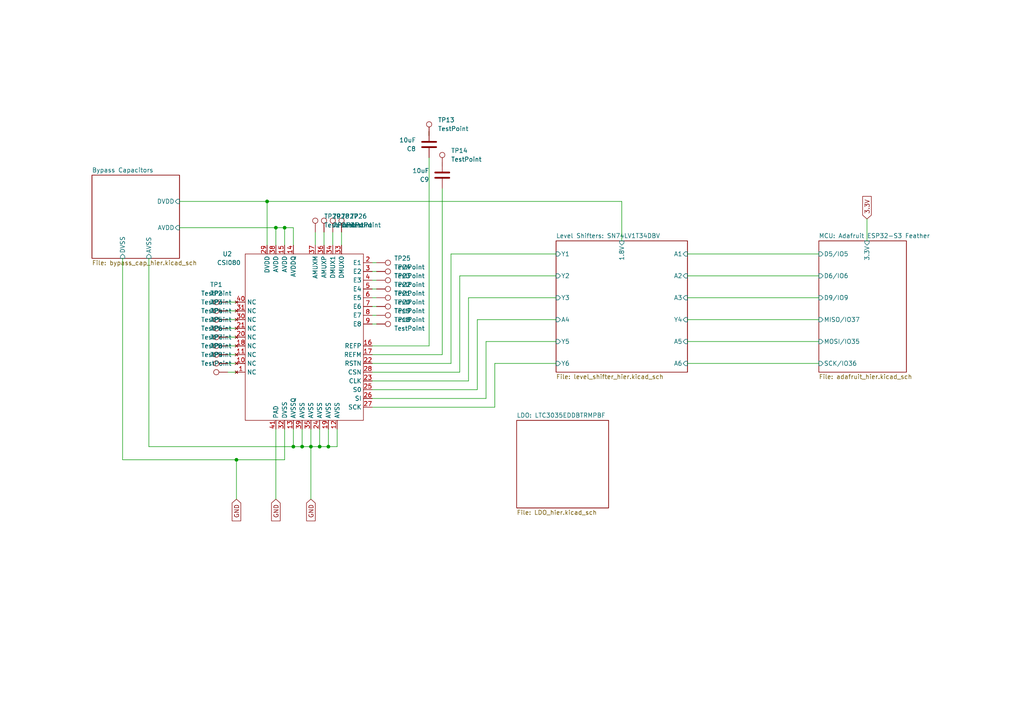
<source format=kicad_sch>
(kicad_sch (version 20231120) (generator "eeschema") (generator_version "8.0")
  (paper "A4")
  (lib_symbols
    (symbol "Connector:TestPoint" (pin_numbers hide) (pin_names (offset 0.762) hide)
      (property "Reference" "TP" (at 0 6.858 0))
      (property "Value" "TestPoint" (at 0 5.08 0))
      (symbol "TestPoint_0_1"
        (circle (center 0 3.302) (radius 0.762))
      )
      (symbol "TestPoint_1_1"
        (pin passive line (at 0 0 90) (length 2.54) (name "1") (number "1"))
      )
    )
    (symbol "Device:C" (pin_numbers hide) (pin_names (offset 0.254))
      (property "Reference" "C" (at 0.635 2.54 0))
      (property "Value" "C" (at 0.635 -2.54 0))
      (symbol "C_0_1"
        (polyline (pts (xy -2.032 -0.762) (xy 2.032 -0.762)) (stroke (width 0.508)))
        (polyline (pts (xy -2.032 0.762) (xy 2.032 0.762)) (stroke (width 0.508)))
      )
      (symbol "C_1_1"
        (pin passive line (at 0 3.81 270) (length 2.794) (name "~") (number "1"))
        (pin passive line (at 0 -3.81 90) (length 2.794) (name "~") (number "2"))
      )
    )
    (symbol "csi080:CSI080_module_sorted"
      (property "Reference" "U" (at 0 0 0))
      (property "Value" "CSI080" (at 0 -2.032 0))
      (symbol "CSI080_module_sorted_0_1"
        (rectangle (start -16.51 24.13) (end 17.78 -24.13))
      )
      (symbol "CSI080_module_sorted_1_1"
        (pin no_connect line (at 20.32 -10.16 180) (length 2.54) (name "NC") (number "1"))
        (pin no_connect line (at 20.32 -7.62 180) (length 2.54) (name "NC") (number "10"))
        (pin no_connect line (at 20.32 -5.08 180) (length 2.54) (name "NC") (number "11"))
        (pin power_in line (at -8.89 -26.67 90) (length 2.54) (name "AVSS") (number "12"))
        (pin power_in line (at 3.81 -26.67 90) (length 2.54) (name "AVSSQ") (number "13"))
        (pin power_in line (at 3.81 26.67 270) (length 2.54) (name "AVDDQ") (number "14"))
        (pin power_in line (at 6.35 26.67 270) (length 2.54) (name "AVDD") (number "15"))
        (pin power_in line (at -19.05 -2.54 0) (length 2.54) (name "REFP") (number "16"))
        (pin power_in line (at -19.05 -5.08 0) (length 2.54) (name "REFM") (number "17"))
        (pin no_connect line (at 20.32 -2.54 180) (length 2.54) (name "NC") (number "18"))
        (pin power_in line (at -6.35 -26.67 90) (length 2.54) (name "AVSS") (number "19"))
        (pin bidirectional line (at -19.05 21.59 0) (length 2.54) (name "E1") (number "2"))
        (pin no_connect line (at 20.32 0 180) (length 2.54) (name "NC") (number "20"))
        (pin no_connect line (at 20.32 2.54 180) (length 2.54) (name "NC") (number "21"))
        (pin input line (at -19.05 -7.62 0) (length 2.54) (name "RSTN") (number "22"))
        (pin input line (at -19.05 -12.7 0) (length 2.54) (name "CLK") (number "23"))
        (pin power_in line (at -3.81 -26.67 90) (length 2.54) (name "AVSS") (number "24"))
        (pin output line (at -19.05 -15.24 0) (length 2.54) (name "S0") (number "25"))
        (pin input line (at -19.05 -17.78 0) (length 2.54) (name "SI") (number "26"))
        (pin unspecified line (at -19.05 -20.32 0) (length 2.54) (name "SCK") (number "27"))
        (pin input line (at -19.05 -10.16 0) (length 2.54) (name "CSN") (number "28"))
        (pin power_in line (at 11.43 26.67 270) (length 2.54) (name "DVDD") (number "29"))
        (pin bidirectional line (at -19.05 19.05 0) (length 2.54) (name "E2") (number "3"))
        (pin no_connect line (at 20.32 5.08 180) (length 2.54) (name "NC") (number "30"))
        (pin no_connect line (at 20.32 7.62 180) (length 2.54) (name "NC") (number "31"))
        (pin power_in line (at 6.35 -26.67 90) (length 2.54) (name "DVSS") (number "32"))
        (pin output line (at -10.16 26.67 270) (length 2.54) (name "DMUX0") (number "33"))
        (pin output line (at -7.62 26.67 270) (length 2.54) (name "DMUX1") (number "34"))
        (pin power_in line (at -1.27 -26.67 90) (length 2.54) (name "AVSS") (number "35"))
        (pin output line (at -5.08 26.67 270) (length 2.54) (name "AMUXP") (number "36"))
        (pin output line (at -2.54 26.67 270) (length 2.54) (name "AMUXM") (number "37"))
        (pin power_in line (at 8.89 26.67 270) (length 2.54) (name "AVDD") (number "38"))
        (pin power_in line (at 1.27 -26.67 90) (length 2.54) (name "AVSS") (number "39"))
        (pin bidirectional line (at -19.05 16.51 0) (length 2.54) (name "E3") (number "4"))
        (pin no_connect line (at 20.32 10.16 180) (length 2.54) (name "NC") (number "40"))
        (pin power_in line (at 8.89 -26.67 90) (length 2.54) (name "PAD") (number "41"))
        (pin bidirectional line (at -19.05 13.97 0) (length 2.54) (name "E4") (number "5"))
        (pin bidirectional line (at -19.05 11.43 0) (length 2.54) (name "E5") (number "6"))
        (pin bidirectional line (at -19.05 8.89 0) (length 2.54) (name "E6") (number "7"))
        (pin bidirectional line (at -19.05 6.35 0) (length 2.54) (name "E7") (number "8"))
        (pin bidirectional line (at -19.05 3.81 0) (length 2.54) (name "E8") (number "9"))
      )
    )
  )
  (junction (at 95.25 129.54))
  (junction (at 80.01 66.04))
  (junction (at 85.09 129.54))
  (junction (at 82.55 66.04))
  (junction (at 77.47 58.42))
  (junction (at 87.63 129.54))
  (junction (at 90.17 129.54))
  (junction (at 92.71 129.54))
  (junction (at 68.58 133.35))
  (wire (pts (xy 66.04 92.71) (xy 68.58 92.71)))
  (wire (pts (xy 68.58 133.35) (xy 82.55 133.35)))
  (wire (pts (xy 128.27 48.26) (xy 128.27 46.99)))
  (wire (pts (xy 66.04 102.87) (xy 68.58 102.87)))
  (wire (pts (xy 66.04 100.33) (xy 68.58 100.33)))
  (wire (pts (xy 95.25 124.46) (xy 95.25 129.54)))
  (wire (pts (xy 199.39 80.01) (xy 237.49 80.01)))
  (wire (pts (xy 133.35 80.01) (xy 161.29 80.01)))
  (wire (pts (xy 199.39 86.36) (xy 237.49 86.36)))
  (wire (pts (xy 128.27 54.61) (xy 128.27 102.87)))
  (wire (pts (xy 107.95 110.49) (xy 135.89 110.49)))
  (wire (pts (xy 80.01 66.04) (xy 80.01 71.12)))
  (wire (pts (xy 66.04 97.79) (xy 68.58 97.79)))
  (wire (pts (xy 107.95 105.41) (xy 130.81 105.41)))
  (wire (pts (xy 35.56 74.93) (xy 35.56 133.35)))
  (wire (pts (xy 107.95 118.11) (xy 143.51 118.11)))
  (wire (pts (xy 138.43 113.03) (xy 138.43 92.71)))
  (wire (pts (xy 133.35 107.95) (xy 133.35 80.01)))
  (wire (pts (xy 97.79 124.46) (xy 97.79 129.54)))
  (wire (pts (xy 107.95 93.98) (xy 109.22 93.98)))
  (wire (pts (xy 80.01 66.04) (xy 82.55 66.04)))
  (wire (pts (xy 85.09 124.46) (xy 85.09 129.54)))
  (wire (pts (xy 77.47 58.42) (xy 77.47 71.12)))
  (wire (pts (xy 143.51 118.11) (xy 143.51 105.41)))
  (wire (pts (xy 107.95 76.2) (xy 109.22 76.2)))
  (wire (pts (xy 107.95 78.74) (xy 109.22 78.74)))
  (wire (pts (xy 143.51 105.41) (xy 161.29 105.41)))
  (wire (pts (xy 107.95 102.87) (xy 128.27 102.87)))
  (wire (pts (xy 95.25 129.54) (xy 97.79 129.54)))
  (wire (pts (xy 80.01 124.46) (xy 80.01 144.78)))
  (wire (pts (xy 66.04 90.17) (xy 68.58 90.17)))
  (wire (pts (xy 124.46 100.33) (xy 107.95 100.33)))
  (wire (pts (xy 82.55 66.04) (xy 85.09 66.04)))
  (wire (pts (xy 107.95 91.44) (xy 109.22 91.44)))
  (wire (pts (xy 107.95 81.28) (xy 109.22 81.28)))
  (wire (pts (xy 99.06 67.31) (xy 99.06 71.12)))
  (wire (pts (xy 96.52 67.31) (xy 96.52 71.12)))
  (wire (pts (xy 66.04 105.41) (xy 68.58 105.41)))
  (wire (pts (xy 107.95 86.36) (xy 109.22 86.36)))
  (wire (pts (xy 68.58 133.35) (xy 68.58 144.78)))
  (wire (pts (xy 107.95 88.9) (xy 109.22 88.9)))
  (wire (pts (xy 77.47 58.42) (xy 180.34 58.42)))
  (wire (pts (xy 140.97 99.06) (xy 161.29 99.06)))
  (wire (pts (xy 87.63 129.54) (xy 90.17 129.54)))
  (wire (pts (xy 199.39 105.41) (xy 237.49 105.41)))
  (wire (pts (xy 90.17 129.54) (xy 92.71 129.54)))
  (wire (pts (xy 199.39 99.06) (xy 237.49 99.06)))
  (wire (pts (xy 90.17 129.54) (xy 90.17 144.78)))
  (wire (pts (xy 66.04 107.95) (xy 68.58 107.95)))
  (wire (pts (xy 92.71 124.46) (xy 92.71 129.54)))
  (wire (pts (xy 135.89 110.49) (xy 135.89 86.36)))
  (wire (pts (xy 107.95 107.95) (xy 133.35 107.95)))
  (wire (pts (xy 130.81 73.66) (xy 161.29 73.66)))
  (wire (pts (xy 91.44 67.31) (xy 91.44 71.12)))
  (wire (pts (xy 43.18 74.93) (xy 43.18 129.54)))
  (wire (pts (xy 90.17 124.46) (xy 90.17 129.54)))
  (wire (pts (xy 66.04 87.63) (xy 68.58 87.63)))
  (wire (pts (xy 87.63 124.46) (xy 87.63 129.54)))
  (wire (pts (xy 135.89 86.36) (xy 161.29 86.36)))
  (wire (pts (xy 199.39 73.66) (xy 237.49 73.66)))
  (wire (pts (xy 107.95 83.82) (xy 109.22 83.82)))
  (wire (pts (xy 66.04 95.25) (xy 68.58 95.25)))
  (wire (pts (xy 52.07 66.04) (xy 80.01 66.04)))
  (wire (pts (xy 180.34 58.42) (xy 180.34 69.85)))
  (wire (pts (xy 107.95 113.03) (xy 138.43 113.03)))
  (wire (pts (xy 107.95 115.57) (xy 140.97 115.57)))
  (wire (pts (xy 82.55 66.04) (xy 82.55 71.12)))
  (wire (pts (xy 35.56 133.35) (xy 68.58 133.35)))
  (wire (pts (xy 85.09 129.54) (xy 87.63 129.54)))
  (wire (pts (xy 124.46 45.72) (xy 124.46 100.33)))
  (wire (pts (xy 140.97 115.57) (xy 140.97 99.06)))
  (wire (pts (xy 130.81 105.41) (xy 130.81 73.66)))
  (wire (pts (xy 138.43 92.71) (xy 161.29 92.71)))
  (wire (pts (xy 95.25 129.54) (xy 92.71 129.54)))
  (wire (pts (xy 82.55 133.35) (xy 82.55 124.46)))
  (wire (pts (xy 43.18 129.54) (xy 85.09 129.54)))
  (wire (pts (xy 124.46 39.37) (xy 124.46 38.1)))
  (wire (pts (xy 93.98 67.31) (xy 93.98 71.12)))
  (wire (pts (xy 251.46 63.5) (xy 251.46 69.85)))
  (wire (pts (xy 85.09 66.04) (xy 85.09 71.12)))
  (wire (pts (xy 199.39 92.71) (xy 237.49 92.71)))
  (wire (pts (xy 52.07 58.42) (xy 77.47 58.42)))
  (global_label "GND" (shape input) (at 80.01 144.78 270) (property "Intersheetrefs" "${INTERSHEET_REFS}" (effects (hide yes))))
  (global_label "GND" (shape input) (at 90.17 144.78 270) (property "Intersheetrefs" "${INTERSHEET_REFS}" (effects (hide yes))))
  (global_label "GND" (shape input) (at 68.58 144.78 270) (property "Intersheetrefs" "${INTERSHEET_REFS}" (effects (hide yes))))
  (global_label "3.3V" (shape input) (at 251.46 63.5 90) (property "Intersheetrefs" "${INTERSHEET_REFS}" (effects (hide yes))))
  (symbol (lib_id "Connector:TestPoint") (at 109.22 93.98 270) (unit 1)
    (property "Reference" "TP18" (at 114.3 92.7099 90) (effects (justify left)))
    (property "Value" "TestPoint" (at 114.3 95.2499 90) (effects (justify left)))
    (property "Description" "test point" (effects (hide yes)))
  )
  (symbol (lib_id "Connector:TestPoint") (at 93.98 67.31 0) (unit 1)
    (property "Reference" "TP28" (at 96.52 62.7379 0) (effects (justify left)))
    (property "Value" "TestPoint" (at 96.52 65.2779 0) (effects (justify left)))
    (property "Description" "test point" (effects (hide yes)))
  )
  (symbol (lib_id "Connector:TestPoint") (at 66.04 90.17 90) (unit 1)
    (property "Reference" "TP2" (at 62.738 85.09 90))
    (property "Value" "TestPoint" (at 62.738 87.63 90))
    (property "Description" "test point" (effects (hide yes)))
  )
  (symbol (lib_id "Connector:TestPoint") (at 66.04 97.79 90) (unit 1)
    (property "Reference" "TP5" (at 62.738 92.71 90))
    (property "Value" "TestPoint" (at 62.738 95.25 90))
    (property "Description" "test point" (effects (hide yes)))
  )
  (symbol (lib_id "Connector:TestPoint") (at 66.04 102.87 90) (unit 1)
    (property "Reference" "TP7" (at 62.738 97.79 90))
    (property "Value" "TestPoint" (at 62.738 100.33 90))
    (property "Description" "test point" (effects (hide yes)))
  )
  (symbol (lib_id "Connector:TestPoint") (at 66.04 100.33 90) (unit 1)
    (property "Reference" "TP6" (at 62.738 95.25 90))
    (property "Value" "TestPoint" (at 62.738 97.79 90))
    (property "Description" "test point" (effects (hide yes)))
  )
  (symbol (lib_id "Connector:TestPoint") (at 109.22 88.9 270) (unit 1)
    (property "Reference" "TP20" (at 114.3 87.6299 90) (effects (justify left)))
    (property "Value" "TestPoint" (at 114.3 90.1699 90) (effects (justify left)))
    (property "Description" "test point" (effects (hide yes)))
  )
  (symbol (lib_id "Connector:TestPoint") (at 128.27 48.26 0) (unit 1)
    (property "Reference" "TP14" (at 130.81 43.6879 0) (effects (justify left)))
    (property "Value" "TestPoint" (at 130.81 46.2279 0) (effects (justify left)))
    (property "Description" "test point" (effects (hide yes)))
  )
  (symbol (lib_id "Connector:TestPoint") (at 109.22 91.44 270) (unit 1)
    (property "Reference" "TP19" (at 114.3 90.1699 90) (effects (justify left)))
    (property "Value" "TestPoint" (at 114.3 92.7099 90) (effects (justify left)))
    (property "Description" "test point" (effects (hide yes)))
  )
  (symbol (lib_id "Device:C") (at 124.46 41.91 180) (unit 1)
    (property "Reference" "C8" (at 120.65 43.1801 0) (effects (justify left)))
    (property "Value" "10uF" (at 120.65 40.6401 0) (effects (justify left)))
    (property "Description" "Unpolarized capacitor" (effects (hide yes)))
  )
  (symbol (lib_id "Connector:TestPoint") (at 66.04 87.63 90) (unit 1)
    (property "Reference" "TP1" (at 62.738 82.55 90))
    (property "Value" "TestPoint" (at 62.738 85.09 90))
    (property "Description" "test point" (effects (hide yes)))
  )
  (symbol (lib_id "Connector:TestPoint") (at 66.04 92.71 90) (unit 1)
    (property "Reference" "TP3" (at 62.738 87.63 90))
    (property "Value" "TestPoint" (at 62.738 90.17 90))
    (property "Description" "test point" (effects (hide yes)))
  )
  (symbol (lib_id "Connector:TestPoint") (at 66.04 105.41 90) (unit 1)
    (property "Reference" "TP8" (at 62.738 100.33 90))
    (property "Value" "TestPoint" (at 62.738 102.87 90))
    (property "Description" "test point" (effects (hide yes)))
  )
  (symbol (lib_id "Connector:TestPoint") (at 109.22 76.2 270) (unit 1)
    (property "Reference" "TP25" (at 114.3 74.9299 90) (effects (justify left)))
    (property "Value" "TestPoint" (at 114.3 77.4699 90) (effects (justify left)))
    (property "Description" "test point" (effects (hide yes)))
  )
  (symbol (lib_id "Connector:TestPoint") (at 66.04 95.25 90) (unit 1)
    (property "Reference" "TP4" (at 62.738 90.17 90))
    (property "Value" "TestPoint" (at 62.738 92.71 90))
    (property "Description" "test point" (effects (hide yes)))
  )
  (symbol (lib_id "Connector:TestPoint") (at 96.52 67.31 0) (unit 1)
    (property "Reference" "TP27" (at 99.06 62.7379 0) (effects (justify left)))
    (property "Value" "TestPoint" (at 99.06 65.2779 0) (effects (justify left)))
    (property "Description" "test point" (effects (hide yes)))
  )
  (symbol (lib_id "Connector:TestPoint") (at 91.44 67.31 0) (unit 1)
    (property "Reference" "TP29" (at 93.98 62.7379 0) (effects (justify left)))
    (property "Value" "TestPoint" (at 93.98 65.2779 0) (effects (justify left)))
    (property "Description" "test point" (effects (hide yes)))
  )
  (symbol (lib_id "Connector:TestPoint") (at 109.22 86.36 270) (unit 1)
    (property "Reference" "TP21" (at 114.3 85.0899 90) (effects (justify left)))
    (property "Value" "TestPoint" (at 114.3 87.6299 90) (effects (justify left)))
    (property "Description" "test point" (effects (hide yes)))
  )
  (symbol (lib_id "Connector:TestPoint") (at 124.46 39.37 0) (unit 1)
    (property "Reference" "TP13" (at 127 34.7979 0) (effects (justify left)))
    (property "Value" "TestPoint" (at 127 37.3379 0) (effects (justify left)))
    (property "Description" "test point" (effects (hide yes)))
  )
  (symbol (lib_id "csi080:CSI080_module_sorted") (at 88.9 97.79 0) (mirror y) (unit 1)
    (property "Reference" "U2" (at 67.31 73.66 0) (effects (justify left)))
    (property "Value" "CSI080" (at 69.85 76.2 0) (effects (justify left)))
    (property "Footprint" "csi080:csi080a_MODULE" (effects (hide yes)))
  )
  (symbol (lib_id "Connector:TestPoint") (at 109.22 81.28 270) (unit 1)
    (property "Reference" "TP23" (at 114.3 80.0099 90) (effects (justify left)))
    (property "Value" "TestPoint" (at 114.3 82.5499 90) (effects (justify left)))
    (property "Description" "test point" (effects (hide yes)))
  )
  (symbol (lib_id "Connector:TestPoint") (at 66.04 107.95 90) (unit 1)
    (property "Reference" "TP9" (at 62.738 102.87 90))
    (property "Value" "TestPoint" (at 62.738 105.41 90))
    (property "Description" "test point" (effects (hide yes)))
  )
  (symbol (lib_id "Device:C") (at 128.27 50.8 180) (unit 1)
    (property "Reference" "C9" (at 124.46 52.0701 0) (effects (justify left)))
    (property "Value" "10uF" (at 124.46 49.5301 0) (effects (justify left)))
    (property "Description" "Unpolarized capacitor" (effects (hide yes)))
  )
  (symbol (lib_id "Connector:TestPoint") (at 109.22 78.74 270) (unit 1)
    (property "Reference" "TP24" (at 114.3 77.4699 90) (effects (justify left)))
    (property "Value" "TestPoint" (at 114.3 80.0099 90) (effects (justify left)))
    (property "Description" "test point" (effects (hide yes)))
  )
  (symbol (lib_id "Connector:TestPoint") (at 99.06 67.31 0) (unit 1)
    (property "Reference" "TP26" (at 101.6 62.7379 0) (effects (justify left)))
    (property "Value" "TestPoint" (at 101.6 65.2779 0) (effects (justify left)))
    (property "Description" "test point" (effects (hide yes)))
  )
  (symbol (lib_id "Connector:TestPoint") (at 109.22 83.82 270) (unit 1)
    (property "Reference" "TP22" (at 114.3 82.5499 90) (effects (justify left)))
    (property "Value" "TestPoint" (at 114.3 85.0899 90) (effects (justify left)))
    (property "Description" "test point" (effects (hide yes)))
  )
  (sheet (at 161.29 69.85) (size 38.1 38.1) (stroke (width 0.1524))
    (property "Sheetname" "Level Shifters: SN74LV1T34DBV" (at 161.29 69.1384 0) (effects (justify left bottom)))
    (property "Sheetfile" "level_shifter_hier.kicad_sch" (at 161.29 108.5346 0) (effects (justify left top)))
    (pin "A5" input (at 199.39 99.06 0))
    (pin "A6" input (at 199.39 105.41 0))
    (pin "A1" input (at 199.39 73.66 0))
    (pin "A2" input (at 199.39 80.01 0))
    (pin "A3" input (at 199.39 86.36 0))
    (pin "Y4" input (at 199.39 92.71 0))
    (pin "Y1" input (at 161.29 73.66 180))
    (pin "A4" input (at 161.29 92.71 180))
    (pin "Y5" input (at 161.29 99.06 180))
    (pin "Y3" input (at 161.29 86.36 180))
    (pin "Y6" input (at 161.29 105.41 180))
    (pin "Y2" input (at 161.29 80.01 180))
    (pin "1.8V" input (at 180.34 69.85 90))
  )
  (sheet (at 26.67 50.8) (size 25.4 24.13) (stroke (width 0.1524))
    (property "Sheetname" "Bypass Capacitors" (at 26.67 50.0884 0) (effects (justify left bottom)))
    (property "Sheetfile" "bypass_cap_hier.kicad_sch" (at 26.67 75.5146 0) (effects (justify left top)))
    (pin "DVSS" input (at 35.56 74.93 270))
    (pin "AVSS" input (at 43.18 74.93 270))
    (pin "AVDD" input (at 52.07 66.04 0))
    (pin "DVDD" input (at 52.07 58.42 0))
  )
  (sheet (at 237.49 69.85) (size 25.4 38.1) (stroke (width 0.1524))
    (property "Sheetname" "MCU: Adafruit ESP32-S3 Feather" (at 237.49 69.1384 0) (effects (justify left bottom)))
    (property "Sheetfile" "adafruit_hier.kicad_sch" (at 237.49 108.5346 0) (effects (justify left top)))
    (pin "D5{slash}IO5" input (at 237.49 73.66 180))
    (pin "D6{slash}IO6" input (at 237.49 80.01 180))
    (pin "D9{slash}IO9" input (at 237.49 86.36 180))
    (pin "MISO{slash}IO37" input (at 237.49 92.71 180))
    (pin "MOSI{slash}IO35" input (at 237.49 99.06 180))
    (pin "SCK{slash}IO36" input (at 237.49 105.41 180))
    (pin "3.3V" input (at 251.46 69.85 90))
  )
  (sheet (at 149.86 121.92) (size 26.67 25.4) (stroke (width 0.1524))
    (property "Sheetname" "LDO: LTC3035EDDBTRMPBF" (at 149.86 121.2084 0) (effects (justify left bottom)))
    (property "Sheetfile" "LDO_hier.kicad_sch" (at 149.86 147.9046 0) (effects (justify left top)))
  )
)
</source>
